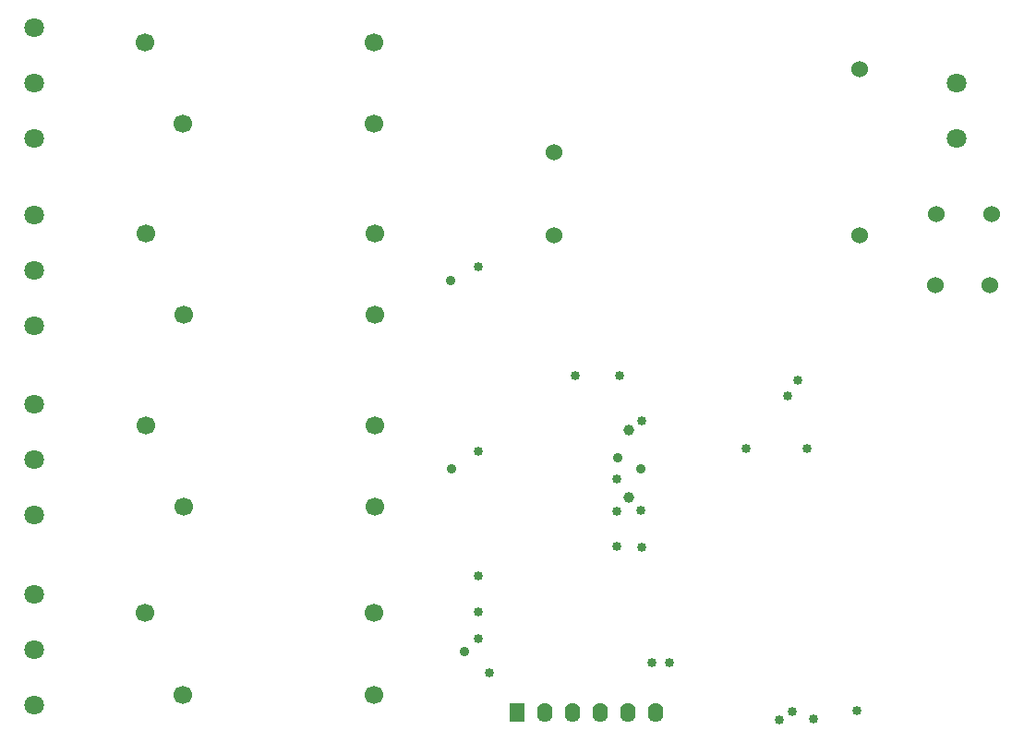
<source format=gbs>
G04 Layer_Color=16711935*
%FSLAX25Y25*%
%MOIN*%
G70*
G01*
G75*
%ADD25C,0.06000*%
%ADD26C,0.03937*%
%ADD27O,0.05500X0.07000*%
%ADD28R,0.05500X0.07000*%
%ADD29C,0.06693*%
%ADD30C,0.07087*%
%ADD31C,0.03347*%
%ADD32C,0.03543*%
D25*
X373543Y194173D02*
D03*
X353543D02*
D03*
X372756Y168386D02*
D03*
X353071D02*
D03*
X215472Y186378D02*
D03*
Y216378D02*
D03*
X325709Y246378D02*
D03*
Y186378D02*
D03*
D26*
X242480Y116209D02*
D03*
Y91799D02*
D03*
D27*
X222047Y14213D02*
D03*
X242047D02*
D03*
X212047D02*
D03*
X232047D02*
D03*
X252047D02*
D03*
D28*
X202047D02*
D03*
D29*
X150551Y226772D02*
D03*
X81653D02*
D03*
X150551Y256299D02*
D03*
X67874D02*
D03*
X150709Y157756D02*
D03*
X81811D02*
D03*
X150709Y187284D02*
D03*
X68032D02*
D03*
X150906Y88346D02*
D03*
X82008D02*
D03*
X150906Y117874D02*
D03*
X68228D02*
D03*
X150551Y20512D02*
D03*
X81653D02*
D03*
X150551Y50039D02*
D03*
X67874D02*
D03*
D30*
X27913Y261575D02*
D03*
Y241575D02*
D03*
Y221575D02*
D03*
X27874Y193898D02*
D03*
Y173898D02*
D03*
Y153898D02*
D03*
X27913Y125472D02*
D03*
Y105472D02*
D03*
Y85472D02*
D03*
Y56850D02*
D03*
Y36850D02*
D03*
Y16850D02*
D03*
X360827Y241378D02*
D03*
Y221378D02*
D03*
D31*
X299803Y128465D02*
D03*
X303465Y134291D02*
D03*
X239252Y135866D02*
D03*
X223228Y135827D02*
D03*
X192205Y28583D02*
D03*
X250866Y32244D02*
D03*
X257323Y32283D02*
D03*
X247126Y73858D02*
D03*
X306811Y109449D02*
D03*
X284921Y109409D02*
D03*
X238268Y98386D02*
D03*
Y86968D02*
D03*
Y74213D02*
D03*
X247087Y119331D02*
D03*
X246980Y87020D02*
D03*
X188110Y40866D02*
D03*
Y50591D02*
D03*
Y63504D02*
D03*
Y108386D02*
D03*
X188228Y175118D02*
D03*
X324882Y14921D02*
D03*
X301654Y14488D02*
D03*
X296811Y11535D02*
D03*
X309055Y11693D02*
D03*
D32*
X246980Y102004D02*
D03*
X183346Y35984D02*
D03*
X178543Y102303D02*
D03*
X178347Y170138D02*
D03*
X238386Y106181D02*
D03*
M02*

</source>
